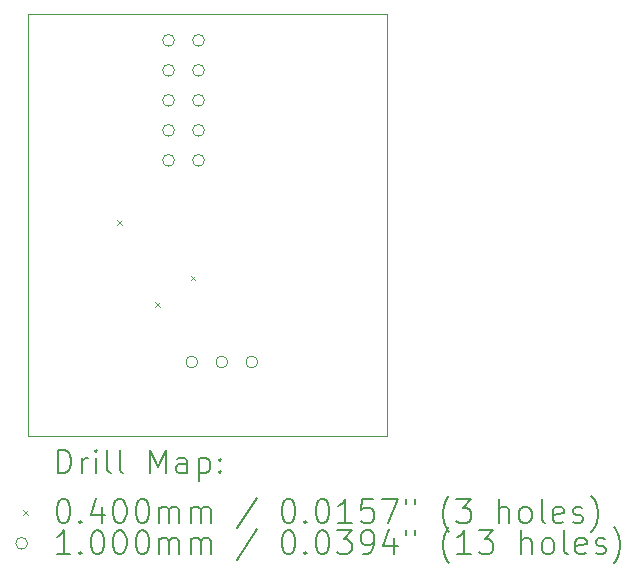
<source format=gbr>
%TF.GenerationSoftware,KiCad,Pcbnew,6.0.11+dfsg-1*%
%TF.CreationDate,2024-02-21T10:26:08+01:00*%
%TF.ProjectId,PCB_TMS,5043425f-544d-4532-9e6b-696361645f70,rev?*%
%TF.SameCoordinates,Original*%
%TF.FileFunction,Drillmap*%
%TF.FilePolarity,Positive*%
%FSLAX45Y45*%
G04 Gerber Fmt 4.5, Leading zero omitted, Abs format (unit mm)*
G04 Created by KiCad (PCBNEW 6.0.11+dfsg-1) date 2024-02-21 10:26:08*
%MOMM*%
%LPD*%
G01*
G04 APERTURE LIST*
%ADD10C,0.100000*%
%ADD11C,0.200000*%
%ADD12C,0.040000*%
G04 APERTURE END LIST*
D10*
X12725000Y-7595000D02*
X15760000Y-7595000D01*
X15760000Y-7595000D02*
X15760000Y-11166600D01*
X15760000Y-11166600D02*
X12725000Y-11166600D01*
X12725000Y-11166600D02*
X12725000Y-7595000D01*
D11*
D12*
X13477500Y-9337500D02*
X13517500Y-9377500D01*
X13517500Y-9337500D02*
X13477500Y-9377500D01*
X13800000Y-10032500D02*
X13840000Y-10072500D01*
X13840000Y-10032500D02*
X13800000Y-10072500D01*
X14100000Y-9810000D02*
X14140000Y-9850000D01*
X14140000Y-9810000D02*
X14100000Y-9850000D01*
D10*
X13963500Y-7816500D02*
G75*
G03*
X13963500Y-7816500I-50000J0D01*
G01*
X13963500Y-8070500D02*
G75*
G03*
X13963500Y-8070500I-50000J0D01*
G01*
X13963500Y-8324500D02*
G75*
G03*
X13963500Y-8324500I-50000J0D01*
G01*
X13963500Y-8578500D02*
G75*
G03*
X13963500Y-8578500I-50000J0D01*
G01*
X13963500Y-8832500D02*
G75*
G03*
X13963500Y-8832500I-50000J0D01*
G01*
X14161000Y-10540000D02*
G75*
G03*
X14161000Y-10540000I-50000J0D01*
G01*
X14217500Y-7816500D02*
G75*
G03*
X14217500Y-7816500I-50000J0D01*
G01*
X14217500Y-8070500D02*
G75*
G03*
X14217500Y-8070500I-50000J0D01*
G01*
X14217500Y-8324500D02*
G75*
G03*
X14217500Y-8324500I-50000J0D01*
G01*
X14217500Y-8578500D02*
G75*
G03*
X14217500Y-8578500I-50000J0D01*
G01*
X14217500Y-8832500D02*
G75*
G03*
X14217500Y-8832500I-50000J0D01*
G01*
X14415000Y-10540000D02*
G75*
G03*
X14415000Y-10540000I-50000J0D01*
G01*
X14669000Y-10540000D02*
G75*
G03*
X14669000Y-10540000I-50000J0D01*
G01*
D11*
X12977619Y-11482076D02*
X12977619Y-11282076D01*
X13025238Y-11282076D01*
X13053809Y-11291600D01*
X13072857Y-11310648D01*
X13082381Y-11329695D01*
X13091905Y-11367790D01*
X13091905Y-11396362D01*
X13082381Y-11434457D01*
X13072857Y-11453505D01*
X13053809Y-11472552D01*
X13025238Y-11482076D01*
X12977619Y-11482076D01*
X13177619Y-11482076D02*
X13177619Y-11348743D01*
X13177619Y-11386838D02*
X13187143Y-11367790D01*
X13196667Y-11358267D01*
X13215714Y-11348743D01*
X13234762Y-11348743D01*
X13301428Y-11482076D02*
X13301428Y-11348743D01*
X13301428Y-11282076D02*
X13291905Y-11291600D01*
X13301428Y-11301124D01*
X13310952Y-11291600D01*
X13301428Y-11282076D01*
X13301428Y-11301124D01*
X13425238Y-11482076D02*
X13406190Y-11472552D01*
X13396667Y-11453505D01*
X13396667Y-11282076D01*
X13530000Y-11482076D02*
X13510952Y-11472552D01*
X13501428Y-11453505D01*
X13501428Y-11282076D01*
X13758571Y-11482076D02*
X13758571Y-11282076D01*
X13825238Y-11424933D01*
X13891905Y-11282076D01*
X13891905Y-11482076D01*
X14072857Y-11482076D02*
X14072857Y-11377314D01*
X14063333Y-11358267D01*
X14044286Y-11348743D01*
X14006190Y-11348743D01*
X13987143Y-11358267D01*
X14072857Y-11472552D02*
X14053809Y-11482076D01*
X14006190Y-11482076D01*
X13987143Y-11472552D01*
X13977619Y-11453505D01*
X13977619Y-11434457D01*
X13987143Y-11415409D01*
X14006190Y-11405886D01*
X14053809Y-11405886D01*
X14072857Y-11396362D01*
X14168095Y-11348743D02*
X14168095Y-11548743D01*
X14168095Y-11358267D02*
X14187143Y-11348743D01*
X14225238Y-11348743D01*
X14244286Y-11358267D01*
X14253809Y-11367790D01*
X14263333Y-11386838D01*
X14263333Y-11443981D01*
X14253809Y-11463028D01*
X14244286Y-11472552D01*
X14225238Y-11482076D01*
X14187143Y-11482076D01*
X14168095Y-11472552D01*
X14349048Y-11463028D02*
X14358571Y-11472552D01*
X14349048Y-11482076D01*
X14339524Y-11472552D01*
X14349048Y-11463028D01*
X14349048Y-11482076D01*
X14349048Y-11358267D02*
X14358571Y-11367790D01*
X14349048Y-11377314D01*
X14339524Y-11367790D01*
X14349048Y-11358267D01*
X14349048Y-11377314D01*
D12*
X12680000Y-11791600D02*
X12720000Y-11831600D01*
X12720000Y-11791600D02*
X12680000Y-11831600D01*
D11*
X13015714Y-11702076D02*
X13034762Y-11702076D01*
X13053809Y-11711600D01*
X13063333Y-11721124D01*
X13072857Y-11740171D01*
X13082381Y-11778267D01*
X13082381Y-11825886D01*
X13072857Y-11863981D01*
X13063333Y-11883028D01*
X13053809Y-11892552D01*
X13034762Y-11902076D01*
X13015714Y-11902076D01*
X12996667Y-11892552D01*
X12987143Y-11883028D01*
X12977619Y-11863981D01*
X12968095Y-11825886D01*
X12968095Y-11778267D01*
X12977619Y-11740171D01*
X12987143Y-11721124D01*
X12996667Y-11711600D01*
X13015714Y-11702076D01*
X13168095Y-11883028D02*
X13177619Y-11892552D01*
X13168095Y-11902076D01*
X13158571Y-11892552D01*
X13168095Y-11883028D01*
X13168095Y-11902076D01*
X13349048Y-11768743D02*
X13349048Y-11902076D01*
X13301428Y-11692552D02*
X13253809Y-11835409D01*
X13377619Y-11835409D01*
X13491905Y-11702076D02*
X13510952Y-11702076D01*
X13530000Y-11711600D01*
X13539524Y-11721124D01*
X13549048Y-11740171D01*
X13558571Y-11778267D01*
X13558571Y-11825886D01*
X13549048Y-11863981D01*
X13539524Y-11883028D01*
X13530000Y-11892552D01*
X13510952Y-11902076D01*
X13491905Y-11902076D01*
X13472857Y-11892552D01*
X13463333Y-11883028D01*
X13453809Y-11863981D01*
X13444286Y-11825886D01*
X13444286Y-11778267D01*
X13453809Y-11740171D01*
X13463333Y-11721124D01*
X13472857Y-11711600D01*
X13491905Y-11702076D01*
X13682381Y-11702076D02*
X13701428Y-11702076D01*
X13720476Y-11711600D01*
X13730000Y-11721124D01*
X13739524Y-11740171D01*
X13749048Y-11778267D01*
X13749048Y-11825886D01*
X13739524Y-11863981D01*
X13730000Y-11883028D01*
X13720476Y-11892552D01*
X13701428Y-11902076D01*
X13682381Y-11902076D01*
X13663333Y-11892552D01*
X13653809Y-11883028D01*
X13644286Y-11863981D01*
X13634762Y-11825886D01*
X13634762Y-11778267D01*
X13644286Y-11740171D01*
X13653809Y-11721124D01*
X13663333Y-11711600D01*
X13682381Y-11702076D01*
X13834762Y-11902076D02*
X13834762Y-11768743D01*
X13834762Y-11787790D02*
X13844286Y-11778267D01*
X13863333Y-11768743D01*
X13891905Y-11768743D01*
X13910952Y-11778267D01*
X13920476Y-11797314D01*
X13920476Y-11902076D01*
X13920476Y-11797314D02*
X13930000Y-11778267D01*
X13949048Y-11768743D01*
X13977619Y-11768743D01*
X13996667Y-11778267D01*
X14006190Y-11797314D01*
X14006190Y-11902076D01*
X14101428Y-11902076D02*
X14101428Y-11768743D01*
X14101428Y-11787790D02*
X14110952Y-11778267D01*
X14130000Y-11768743D01*
X14158571Y-11768743D01*
X14177619Y-11778267D01*
X14187143Y-11797314D01*
X14187143Y-11902076D01*
X14187143Y-11797314D02*
X14196667Y-11778267D01*
X14215714Y-11768743D01*
X14244286Y-11768743D01*
X14263333Y-11778267D01*
X14272857Y-11797314D01*
X14272857Y-11902076D01*
X14663333Y-11692552D02*
X14491905Y-11949695D01*
X14920476Y-11702076D02*
X14939524Y-11702076D01*
X14958571Y-11711600D01*
X14968095Y-11721124D01*
X14977619Y-11740171D01*
X14987143Y-11778267D01*
X14987143Y-11825886D01*
X14977619Y-11863981D01*
X14968095Y-11883028D01*
X14958571Y-11892552D01*
X14939524Y-11902076D01*
X14920476Y-11902076D01*
X14901428Y-11892552D01*
X14891905Y-11883028D01*
X14882381Y-11863981D01*
X14872857Y-11825886D01*
X14872857Y-11778267D01*
X14882381Y-11740171D01*
X14891905Y-11721124D01*
X14901428Y-11711600D01*
X14920476Y-11702076D01*
X15072857Y-11883028D02*
X15082381Y-11892552D01*
X15072857Y-11902076D01*
X15063333Y-11892552D01*
X15072857Y-11883028D01*
X15072857Y-11902076D01*
X15206190Y-11702076D02*
X15225238Y-11702076D01*
X15244286Y-11711600D01*
X15253809Y-11721124D01*
X15263333Y-11740171D01*
X15272857Y-11778267D01*
X15272857Y-11825886D01*
X15263333Y-11863981D01*
X15253809Y-11883028D01*
X15244286Y-11892552D01*
X15225238Y-11902076D01*
X15206190Y-11902076D01*
X15187143Y-11892552D01*
X15177619Y-11883028D01*
X15168095Y-11863981D01*
X15158571Y-11825886D01*
X15158571Y-11778267D01*
X15168095Y-11740171D01*
X15177619Y-11721124D01*
X15187143Y-11711600D01*
X15206190Y-11702076D01*
X15463333Y-11902076D02*
X15349048Y-11902076D01*
X15406190Y-11902076D02*
X15406190Y-11702076D01*
X15387143Y-11730648D01*
X15368095Y-11749695D01*
X15349048Y-11759219D01*
X15644286Y-11702076D02*
X15549048Y-11702076D01*
X15539524Y-11797314D01*
X15549048Y-11787790D01*
X15568095Y-11778267D01*
X15615714Y-11778267D01*
X15634762Y-11787790D01*
X15644286Y-11797314D01*
X15653809Y-11816362D01*
X15653809Y-11863981D01*
X15644286Y-11883028D01*
X15634762Y-11892552D01*
X15615714Y-11902076D01*
X15568095Y-11902076D01*
X15549048Y-11892552D01*
X15539524Y-11883028D01*
X15720476Y-11702076D02*
X15853809Y-11702076D01*
X15768095Y-11902076D01*
X15920476Y-11702076D02*
X15920476Y-11740171D01*
X15996667Y-11702076D02*
X15996667Y-11740171D01*
X16291905Y-11978267D02*
X16282381Y-11968743D01*
X16263333Y-11940171D01*
X16253809Y-11921124D01*
X16244286Y-11892552D01*
X16234762Y-11844933D01*
X16234762Y-11806838D01*
X16244286Y-11759219D01*
X16253809Y-11730648D01*
X16263333Y-11711600D01*
X16282381Y-11683028D01*
X16291905Y-11673505D01*
X16349048Y-11702076D02*
X16472857Y-11702076D01*
X16406190Y-11778267D01*
X16434762Y-11778267D01*
X16453809Y-11787790D01*
X16463333Y-11797314D01*
X16472857Y-11816362D01*
X16472857Y-11863981D01*
X16463333Y-11883028D01*
X16453809Y-11892552D01*
X16434762Y-11902076D01*
X16377619Y-11902076D01*
X16358571Y-11892552D01*
X16349048Y-11883028D01*
X16710952Y-11902076D02*
X16710952Y-11702076D01*
X16796667Y-11902076D02*
X16796667Y-11797314D01*
X16787143Y-11778267D01*
X16768095Y-11768743D01*
X16739524Y-11768743D01*
X16720476Y-11778267D01*
X16710952Y-11787790D01*
X16920476Y-11902076D02*
X16901429Y-11892552D01*
X16891905Y-11883028D01*
X16882381Y-11863981D01*
X16882381Y-11806838D01*
X16891905Y-11787790D01*
X16901429Y-11778267D01*
X16920476Y-11768743D01*
X16949048Y-11768743D01*
X16968095Y-11778267D01*
X16977619Y-11787790D01*
X16987143Y-11806838D01*
X16987143Y-11863981D01*
X16977619Y-11883028D01*
X16968095Y-11892552D01*
X16949048Y-11902076D01*
X16920476Y-11902076D01*
X17101429Y-11902076D02*
X17082381Y-11892552D01*
X17072857Y-11873505D01*
X17072857Y-11702076D01*
X17253810Y-11892552D02*
X17234762Y-11902076D01*
X17196667Y-11902076D01*
X17177619Y-11892552D01*
X17168095Y-11873505D01*
X17168095Y-11797314D01*
X17177619Y-11778267D01*
X17196667Y-11768743D01*
X17234762Y-11768743D01*
X17253810Y-11778267D01*
X17263333Y-11797314D01*
X17263333Y-11816362D01*
X17168095Y-11835409D01*
X17339524Y-11892552D02*
X17358571Y-11902076D01*
X17396667Y-11902076D01*
X17415714Y-11892552D01*
X17425238Y-11873505D01*
X17425238Y-11863981D01*
X17415714Y-11844933D01*
X17396667Y-11835409D01*
X17368095Y-11835409D01*
X17349048Y-11825886D01*
X17339524Y-11806838D01*
X17339524Y-11797314D01*
X17349048Y-11778267D01*
X17368095Y-11768743D01*
X17396667Y-11768743D01*
X17415714Y-11778267D01*
X17491905Y-11978267D02*
X17501429Y-11968743D01*
X17520476Y-11940171D01*
X17530000Y-11921124D01*
X17539524Y-11892552D01*
X17549048Y-11844933D01*
X17549048Y-11806838D01*
X17539524Y-11759219D01*
X17530000Y-11730648D01*
X17520476Y-11711600D01*
X17501429Y-11683028D01*
X17491905Y-11673505D01*
D10*
X12720000Y-12075600D02*
G75*
G03*
X12720000Y-12075600I-50000J0D01*
G01*
D11*
X13082381Y-12166076D02*
X12968095Y-12166076D01*
X13025238Y-12166076D02*
X13025238Y-11966076D01*
X13006190Y-11994648D01*
X12987143Y-12013695D01*
X12968095Y-12023219D01*
X13168095Y-12147028D02*
X13177619Y-12156552D01*
X13168095Y-12166076D01*
X13158571Y-12156552D01*
X13168095Y-12147028D01*
X13168095Y-12166076D01*
X13301428Y-11966076D02*
X13320476Y-11966076D01*
X13339524Y-11975600D01*
X13349048Y-11985124D01*
X13358571Y-12004171D01*
X13368095Y-12042267D01*
X13368095Y-12089886D01*
X13358571Y-12127981D01*
X13349048Y-12147028D01*
X13339524Y-12156552D01*
X13320476Y-12166076D01*
X13301428Y-12166076D01*
X13282381Y-12156552D01*
X13272857Y-12147028D01*
X13263333Y-12127981D01*
X13253809Y-12089886D01*
X13253809Y-12042267D01*
X13263333Y-12004171D01*
X13272857Y-11985124D01*
X13282381Y-11975600D01*
X13301428Y-11966076D01*
X13491905Y-11966076D02*
X13510952Y-11966076D01*
X13530000Y-11975600D01*
X13539524Y-11985124D01*
X13549048Y-12004171D01*
X13558571Y-12042267D01*
X13558571Y-12089886D01*
X13549048Y-12127981D01*
X13539524Y-12147028D01*
X13530000Y-12156552D01*
X13510952Y-12166076D01*
X13491905Y-12166076D01*
X13472857Y-12156552D01*
X13463333Y-12147028D01*
X13453809Y-12127981D01*
X13444286Y-12089886D01*
X13444286Y-12042267D01*
X13453809Y-12004171D01*
X13463333Y-11985124D01*
X13472857Y-11975600D01*
X13491905Y-11966076D01*
X13682381Y-11966076D02*
X13701428Y-11966076D01*
X13720476Y-11975600D01*
X13730000Y-11985124D01*
X13739524Y-12004171D01*
X13749048Y-12042267D01*
X13749048Y-12089886D01*
X13739524Y-12127981D01*
X13730000Y-12147028D01*
X13720476Y-12156552D01*
X13701428Y-12166076D01*
X13682381Y-12166076D01*
X13663333Y-12156552D01*
X13653809Y-12147028D01*
X13644286Y-12127981D01*
X13634762Y-12089886D01*
X13634762Y-12042267D01*
X13644286Y-12004171D01*
X13653809Y-11985124D01*
X13663333Y-11975600D01*
X13682381Y-11966076D01*
X13834762Y-12166076D02*
X13834762Y-12032743D01*
X13834762Y-12051790D02*
X13844286Y-12042267D01*
X13863333Y-12032743D01*
X13891905Y-12032743D01*
X13910952Y-12042267D01*
X13920476Y-12061314D01*
X13920476Y-12166076D01*
X13920476Y-12061314D02*
X13930000Y-12042267D01*
X13949048Y-12032743D01*
X13977619Y-12032743D01*
X13996667Y-12042267D01*
X14006190Y-12061314D01*
X14006190Y-12166076D01*
X14101428Y-12166076D02*
X14101428Y-12032743D01*
X14101428Y-12051790D02*
X14110952Y-12042267D01*
X14130000Y-12032743D01*
X14158571Y-12032743D01*
X14177619Y-12042267D01*
X14187143Y-12061314D01*
X14187143Y-12166076D01*
X14187143Y-12061314D02*
X14196667Y-12042267D01*
X14215714Y-12032743D01*
X14244286Y-12032743D01*
X14263333Y-12042267D01*
X14272857Y-12061314D01*
X14272857Y-12166076D01*
X14663333Y-11956552D02*
X14491905Y-12213695D01*
X14920476Y-11966076D02*
X14939524Y-11966076D01*
X14958571Y-11975600D01*
X14968095Y-11985124D01*
X14977619Y-12004171D01*
X14987143Y-12042267D01*
X14987143Y-12089886D01*
X14977619Y-12127981D01*
X14968095Y-12147028D01*
X14958571Y-12156552D01*
X14939524Y-12166076D01*
X14920476Y-12166076D01*
X14901428Y-12156552D01*
X14891905Y-12147028D01*
X14882381Y-12127981D01*
X14872857Y-12089886D01*
X14872857Y-12042267D01*
X14882381Y-12004171D01*
X14891905Y-11985124D01*
X14901428Y-11975600D01*
X14920476Y-11966076D01*
X15072857Y-12147028D02*
X15082381Y-12156552D01*
X15072857Y-12166076D01*
X15063333Y-12156552D01*
X15072857Y-12147028D01*
X15072857Y-12166076D01*
X15206190Y-11966076D02*
X15225238Y-11966076D01*
X15244286Y-11975600D01*
X15253809Y-11985124D01*
X15263333Y-12004171D01*
X15272857Y-12042267D01*
X15272857Y-12089886D01*
X15263333Y-12127981D01*
X15253809Y-12147028D01*
X15244286Y-12156552D01*
X15225238Y-12166076D01*
X15206190Y-12166076D01*
X15187143Y-12156552D01*
X15177619Y-12147028D01*
X15168095Y-12127981D01*
X15158571Y-12089886D01*
X15158571Y-12042267D01*
X15168095Y-12004171D01*
X15177619Y-11985124D01*
X15187143Y-11975600D01*
X15206190Y-11966076D01*
X15339524Y-11966076D02*
X15463333Y-11966076D01*
X15396667Y-12042267D01*
X15425238Y-12042267D01*
X15444286Y-12051790D01*
X15453809Y-12061314D01*
X15463333Y-12080362D01*
X15463333Y-12127981D01*
X15453809Y-12147028D01*
X15444286Y-12156552D01*
X15425238Y-12166076D01*
X15368095Y-12166076D01*
X15349048Y-12156552D01*
X15339524Y-12147028D01*
X15558571Y-12166076D02*
X15596667Y-12166076D01*
X15615714Y-12156552D01*
X15625238Y-12147028D01*
X15644286Y-12118457D01*
X15653809Y-12080362D01*
X15653809Y-12004171D01*
X15644286Y-11985124D01*
X15634762Y-11975600D01*
X15615714Y-11966076D01*
X15577619Y-11966076D01*
X15558571Y-11975600D01*
X15549048Y-11985124D01*
X15539524Y-12004171D01*
X15539524Y-12051790D01*
X15549048Y-12070838D01*
X15558571Y-12080362D01*
X15577619Y-12089886D01*
X15615714Y-12089886D01*
X15634762Y-12080362D01*
X15644286Y-12070838D01*
X15653809Y-12051790D01*
X15825238Y-12032743D02*
X15825238Y-12166076D01*
X15777619Y-11956552D02*
X15730000Y-12099409D01*
X15853809Y-12099409D01*
X15920476Y-11966076D02*
X15920476Y-12004171D01*
X15996667Y-11966076D02*
X15996667Y-12004171D01*
X16291905Y-12242267D02*
X16282381Y-12232743D01*
X16263333Y-12204171D01*
X16253809Y-12185124D01*
X16244286Y-12156552D01*
X16234762Y-12108933D01*
X16234762Y-12070838D01*
X16244286Y-12023219D01*
X16253809Y-11994648D01*
X16263333Y-11975600D01*
X16282381Y-11947028D01*
X16291905Y-11937505D01*
X16472857Y-12166076D02*
X16358571Y-12166076D01*
X16415714Y-12166076D02*
X16415714Y-11966076D01*
X16396667Y-11994648D01*
X16377619Y-12013695D01*
X16358571Y-12023219D01*
X16539524Y-11966076D02*
X16663333Y-11966076D01*
X16596667Y-12042267D01*
X16625238Y-12042267D01*
X16644286Y-12051790D01*
X16653809Y-12061314D01*
X16663333Y-12080362D01*
X16663333Y-12127981D01*
X16653809Y-12147028D01*
X16644286Y-12156552D01*
X16625238Y-12166076D01*
X16568095Y-12166076D01*
X16549048Y-12156552D01*
X16539524Y-12147028D01*
X16901429Y-12166076D02*
X16901429Y-11966076D01*
X16987143Y-12166076D02*
X16987143Y-12061314D01*
X16977619Y-12042267D01*
X16958571Y-12032743D01*
X16930000Y-12032743D01*
X16910952Y-12042267D01*
X16901429Y-12051790D01*
X17110952Y-12166076D02*
X17091905Y-12156552D01*
X17082381Y-12147028D01*
X17072857Y-12127981D01*
X17072857Y-12070838D01*
X17082381Y-12051790D01*
X17091905Y-12042267D01*
X17110952Y-12032743D01*
X17139524Y-12032743D01*
X17158571Y-12042267D01*
X17168095Y-12051790D01*
X17177619Y-12070838D01*
X17177619Y-12127981D01*
X17168095Y-12147028D01*
X17158571Y-12156552D01*
X17139524Y-12166076D01*
X17110952Y-12166076D01*
X17291905Y-12166076D02*
X17272857Y-12156552D01*
X17263333Y-12137505D01*
X17263333Y-11966076D01*
X17444286Y-12156552D02*
X17425238Y-12166076D01*
X17387143Y-12166076D01*
X17368095Y-12156552D01*
X17358571Y-12137505D01*
X17358571Y-12061314D01*
X17368095Y-12042267D01*
X17387143Y-12032743D01*
X17425238Y-12032743D01*
X17444286Y-12042267D01*
X17453810Y-12061314D01*
X17453810Y-12080362D01*
X17358571Y-12099409D01*
X17530000Y-12156552D02*
X17549048Y-12166076D01*
X17587143Y-12166076D01*
X17606190Y-12156552D01*
X17615714Y-12137505D01*
X17615714Y-12127981D01*
X17606190Y-12108933D01*
X17587143Y-12099409D01*
X17558571Y-12099409D01*
X17539524Y-12089886D01*
X17530000Y-12070838D01*
X17530000Y-12061314D01*
X17539524Y-12042267D01*
X17558571Y-12032743D01*
X17587143Y-12032743D01*
X17606190Y-12042267D01*
X17682381Y-12242267D02*
X17691905Y-12232743D01*
X17710952Y-12204171D01*
X17720476Y-12185124D01*
X17730000Y-12156552D01*
X17739524Y-12108933D01*
X17739524Y-12070838D01*
X17730000Y-12023219D01*
X17720476Y-11994648D01*
X17710952Y-11975600D01*
X17691905Y-11947028D01*
X17682381Y-11937505D01*
M02*

</source>
